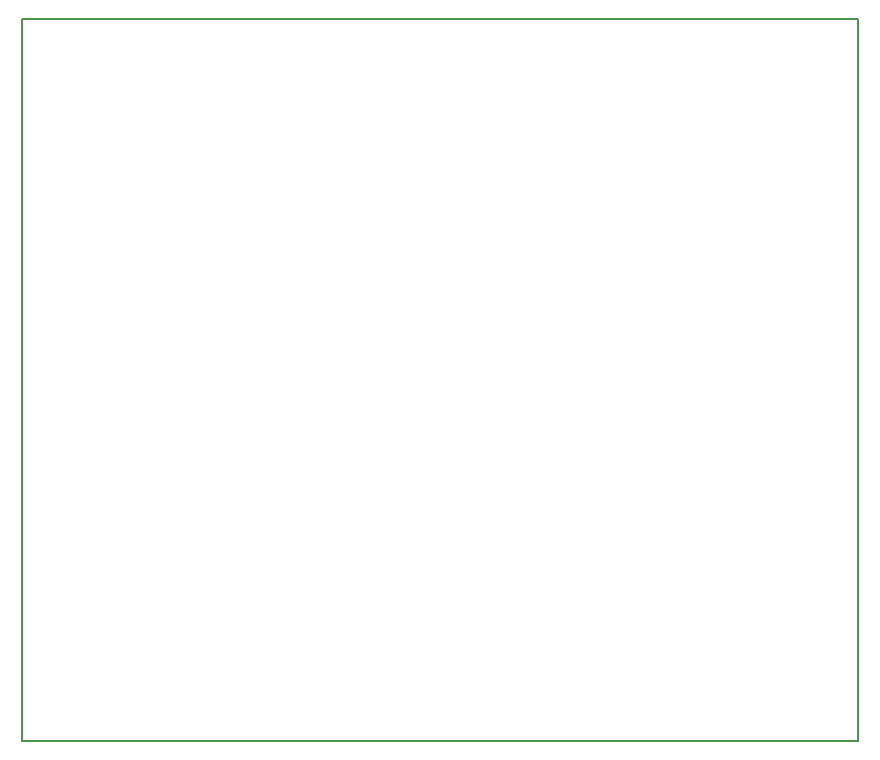
<source format=gbr>
G04 #@! TF.GenerationSoftware,KiCad,Pcbnew,(5.0.0-3-g5ebb6b6)*
G04 #@! TF.CreationDate,2018-10-31T22:03:31-07:00*
G04 #@! TF.ProjectId,Digital Voltmeter,4469676974616C20566F6C746D657465,A*
G04 #@! TF.SameCoordinates,Original*
G04 #@! TF.FileFunction,Profile,NP*
%FSLAX46Y46*%
G04 Gerber Fmt 4.6, Leading zero omitted, Abs format (unit mm)*
G04 Created by KiCad (PCBNEW (5.0.0-3-g5ebb6b6)) date Wednesday, October 31, 2018 at 10:03:31 PM*
%MOMM*%
%LPD*%
G01*
G04 APERTURE LIST*
%ADD10C,0.200000*%
G04 APERTURE END LIST*
D10*
X104000000Y-75600000D02*
X104000000Y-136715500D01*
X174750000Y-75600000D02*
X104000000Y-75600000D01*
X174750000Y-136715500D02*
X174750000Y-75600000D01*
X104000000Y-136715500D02*
X174750000Y-136715500D01*
M02*

</source>
